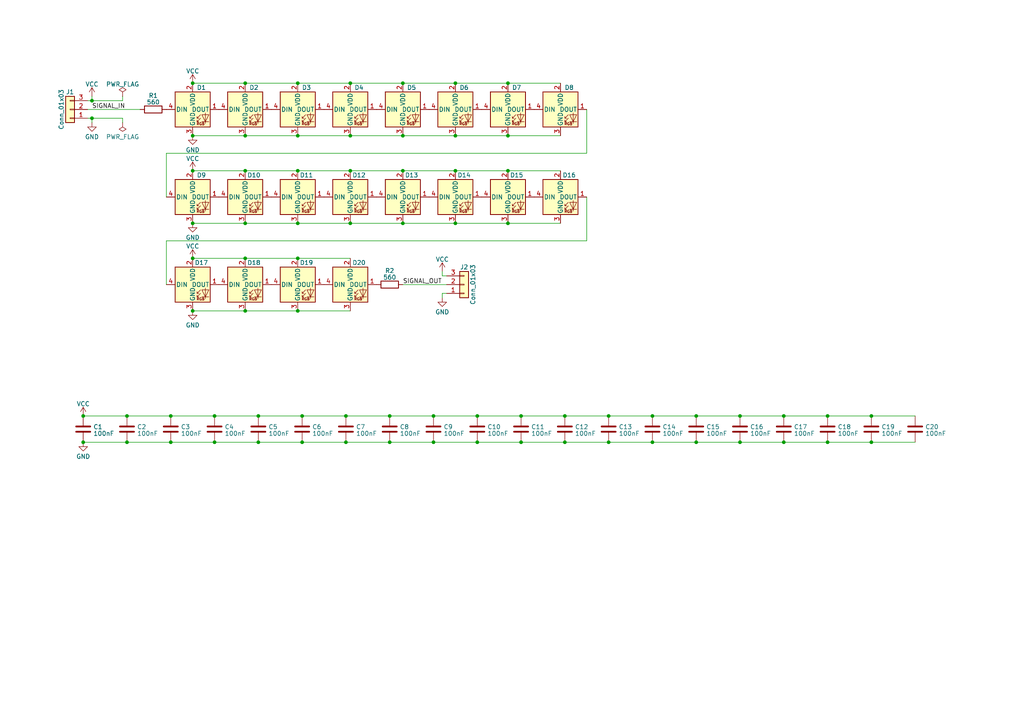
<source format=kicad_sch>
(kicad_sch (version 20230121) (generator eeschema)
  (paper "A4")
  (lib_symbols
    (symbol "Connector_Generic:Conn_01x03" (pin_names (offset 1.016) hide)
      (property "Reference" "J" (at 0 5.08 0))
      (property "Value" "Conn_01x03" (at 0 -5.08 0))
      (symbol "Conn_01x03_1_1"
        (rectangle (start -1.27 -2.413) (end 0 -2.667) (stroke (width 0.1524)))
        (rectangle (start -1.27 0.127) (end 0 -0.127) (stroke (width 0.1524)))
        (rectangle (start -1.27 2.667) (end 0 2.413) (stroke (width 0.1524)))
        (rectangle (start -1.27 3.81) (end 1.27 -3.81) (stroke (width 0.254)) (fill (type background)))
        (pin passive line (at -5.08 2.54 0) (length 3.81) (name "Pin_1") (number "1"))
        (pin passive line (at -5.08 0 0) (length 3.81) (name "Pin_2") (number "2"))
        (pin passive line (at -5.08 -2.54 0) (length 3.81) (name "Pin_3") (number "3"))
      )
    )
    (symbol "Device:C" (pin_numbers hide) (pin_names (offset 0.254))
      (property "Reference" "C" (at 0.635 2.54 0))
      (property "Value" "C" (at 0.635 -2.54 0))
      (symbol "C_0_1"
        (polyline (pts (xy -2.032 -0.762) (xy 2.032 -0.762)) (stroke (width 0.508)))
        (polyline (pts (xy -2.032 0.762) (xy 2.032 0.762)) (stroke (width 0.508)))
      )
      (symbol "C_1_1"
        (pin passive line (at 0 3.81 270) (length 2.794) (name "~") (number "1"))
        (pin passive line (at 0 -3.81 90) (length 2.794) (name "~") (number "2"))
      )
    )
    (symbol "Device:R" (pin_numbers hide) (pin_names (offset 0))
      (property "Reference" "R" (at 2.032 0 90))
      (property "Value" "R" (at 0 0 90))
      (symbol "R_0_1"
        (rectangle (start -1.016 -2.54) (end 1.016 2.54) (stroke (width 0.254)))
      )
      (symbol "R_1_1"
        (pin passive line (at 0 3.81 270) (length 1.27) (name "~") (number "1"))
        (pin passive line (at 0 -3.81 90) (length 1.27) (name "~") (number "2"))
      )
    )
    (symbol "Homebrew:XINGLIGHT-XL-1010RGBC-WS2812B" (pin_names (offset 0.254))
      (property "Reference" "D" (at 5.08 5.715 0))
      (property "Value" "XL-1010RGBC-WS2812B" (at 1.27 -5.715 0))
      (property "LCSC" "C5349953" (at 0 0 0))
      (symbol "XINGLIGHT-XL-1010RGBC-WS2812B_0_0"
        (text "RGB" (at 2.286 -4.191 0) (effects (font (size 0.762 0.762))))
      )
      (symbol "XINGLIGHT-XL-1010RGBC-WS2812B_0_1"
        (polyline (pts (xy 1.27 -3.556) (xy 1.778 -3.556)))
        (polyline (pts (xy 1.27 -2.54) (xy 1.778 -2.54)))
        (polyline (pts (xy 4.699 -3.556) (xy 2.667 -3.556)))
        (polyline (pts (xy 2.286 -2.54) (xy 1.27 -3.556) (xy 1.27 -3.048)))
        (polyline (pts (xy 2.286 -1.524) (xy 1.27 -2.54) (xy 1.27 -2.032)))
        (polyline (pts (xy 3.683 -1.016) (xy 3.683 -3.556) (xy 3.683 -4.064)))
        (polyline (pts (xy 4.699 -1.524) (xy 2.667 -1.524) (xy 3.683 -3.556) (xy 4.699 -1.524)))
        (rectangle (start 5.08 5.08) (end -5.08 -5.08) (stroke (width 0.254)) (fill (type background)))
      )
      (symbol "XINGLIGHT-XL-1010RGBC-WS2812B_1_1"
        (pin output line (at 7.62 0 180) (length 2.54) (name "DOUT") (number "1"))
        (pin power_in line (at 0 7.62 270) (length 2.54) (name "VDD") (number "2"))
        (pin power_in line (at 0 -7.62 90) (length 2.54) (name "GND") (number "3"))
        (pin input line (at -7.62 0 0) (length 2.54) (name "DIN") (number "4"))
      )
    )
    (symbol "power:GND" (power) (pin_names (offset 0))
      (property "Value" "GND" (at 0 -3.81 0))
      (symbol "GND_0_1"
        (polyline (pts (xy 0 0) (xy 0 -1.27) (xy 1.27 -1.27) (xy 0 -2.54) (xy -1.27 -1.27) (xy 0 -1.27)))
      )
      (symbol "GND_1_1"
        (pin power_in line (at 0 0 270) (length 0) hide (name "GND") (number "1"))
      )
    )
    (symbol "power:PWR_FLAG" (power) (pin_numbers hide) (pin_names (offset 0) hide)
      (property "Value" "PWR_FLAG" (at 0 3.81 0))
      (symbol "PWR_FLAG_0_0"
        (pin power_out line (at 0 0 90) (length 0) (name "pwr") (number "1"))
      )
      (symbol "PWR_FLAG_0_1"
        (polyline (pts (xy 0 0) (xy 0 1.27) (xy -1.016 1.905) (xy 0 2.54) (xy 1.016 1.905) (xy 0 1.27)))
      )
    )
    (symbol "power:VCC" (power) (pin_names (offset 0))
      (property "Value" "VCC" (at 0 3.81 0))
      (symbol "VCC_0_1"
        (polyline (pts (xy -0.762 1.27) (xy 0 2.54)))
        (polyline (pts (xy 0 0) (xy 0 2.54)))
        (polyline (pts (xy 0 2.54) (xy 0.762 1.27)))
      )
      (symbol "VCC_1_1"
        (pin power_in line (at 0 0 90) (length 0) hide (name "VCC") (number "1"))
      )
    )
  )
  (junction (at 87.63 128.27))
  (junction (at 201.93 128.27))
  (junction (at 189.23 128.27))
  (junction (at 86.36 49.53))
  (junction (at 240.03 120.65))
  (junction (at 116.84 24.13))
  (junction (at 163.83 120.65))
  (junction (at 36.83 128.27))
  (junction (at 116.84 49.53))
  (junction (at 147.32 39.37))
  (junction (at 24.13 128.27))
  (junction (at 116.84 39.37))
  (junction (at 101.6 64.77))
  (junction (at 71.12 39.37))
  (junction (at 252.73 120.65))
  (junction (at 138.43 120.65))
  (junction (at 101.6 39.37))
  (junction (at 201.93 120.65))
  (junction (at 214.63 120.65))
  (junction (at 163.83 128.27))
  (junction (at 74.93 120.65))
  (junction (at 86.36 90.17))
  (junction (at 55.88 74.93))
  (junction (at 24.13 120.65))
  (junction (at 176.53 128.27))
  (junction (at 36.83 120.65))
  (junction (at 74.93 128.27))
  (junction (at 55.88 49.53))
  (junction (at 132.08 49.53))
  (junction (at 151.13 128.27))
  (junction (at 113.03 120.65))
  (junction (at 86.36 64.77))
  (junction (at 151.13 120.65))
  (junction (at 227.33 120.65))
  (junction (at 87.63 120.65))
  (junction (at 101.6 24.13))
  (junction (at 138.43 128.27))
  (junction (at 26.67 34.29))
  (junction (at 147.32 64.77))
  (junction (at 100.33 120.65))
  (junction (at 189.23 120.65))
  (junction (at 55.88 64.77))
  (junction (at 71.12 64.77))
  (junction (at 125.73 128.27))
  (junction (at 86.36 39.37))
  (junction (at 132.08 24.13))
  (junction (at 55.88 39.37))
  (junction (at 71.12 74.93))
  (junction (at 62.23 128.27))
  (junction (at 49.53 128.27))
  (junction (at 147.32 49.53))
  (junction (at 125.73 120.65))
  (junction (at 100.33 128.27))
  (junction (at 86.36 24.13))
  (junction (at 176.53 120.65))
  (junction (at 71.12 49.53))
  (junction (at 26.67 29.21))
  (junction (at 55.88 24.13))
  (junction (at 71.12 90.17))
  (junction (at 132.08 64.77))
  (junction (at 113.03 128.27))
  (junction (at 101.6 49.53))
  (junction (at 240.03 128.27))
  (junction (at 86.36 74.93))
  (junction (at 49.53 120.65))
  (junction (at 55.88 90.17))
  (junction (at 71.12 24.13))
  (junction (at 252.73 128.27))
  (junction (at 147.32 24.13))
  (junction (at 116.84 64.77))
  (junction (at 132.08 39.37))
  (junction (at 214.63 128.27))
  (junction (at 227.33 128.27))
  (junction (at 62.23 120.65))
  (wire (pts (xy 170.18 44.45) (xy 48.26 44.45)))
  (wire (pts (xy 26.67 34.29) (xy 25.4 34.29)))
  (wire (pts (xy 71.12 24.13) (xy 86.36 24.13)))
  (wire (pts (xy 132.08 39.37) (xy 147.32 39.37)))
  (wire (pts (xy 87.63 120.65) (xy 100.33 120.65)))
  (wire (pts (xy 101.6 24.13) (xy 116.84 24.13)))
  (wire (pts (xy 240.03 120.65) (xy 252.73 120.65)))
  (wire (pts (xy 26.67 29.21) (xy 26.67 27.94)))
  (wire (pts (xy 151.13 120.65) (xy 163.83 120.65)))
  (wire (pts (xy 227.33 128.27) (xy 240.03 128.27)))
  (wire (pts (xy 26.67 35.56) (xy 26.67 34.29)))
  (wire (pts (xy 55.88 39.37) (xy 71.12 39.37)))
  (wire (pts (xy 86.36 74.93) (xy 101.6 74.93)))
  (wire (pts (xy 176.53 128.27) (xy 189.23 128.27)))
  (wire (pts (xy 138.43 128.27) (xy 151.13 128.27)))
  (wire (pts (xy 227.33 120.65) (xy 240.03 120.65)))
  (wire (pts (xy 55.88 74.93) (xy 71.12 74.93)))
  (wire (pts (xy 170.18 57.15) (xy 170.18 69.85)))
  (wire (pts (xy 138.43 120.65) (xy 151.13 120.65)))
  (wire (pts (xy 240.03 128.27) (xy 252.73 128.27)))
  (wire (pts (xy 36.83 120.65) (xy 49.53 120.65)))
  (wire (pts (xy 48.26 44.45) (xy 48.26 57.15)))
  (wire (pts (xy 116.84 64.77) (xy 132.08 64.77)))
  (wire (pts (xy 55.88 49.53) (xy 71.12 49.53)))
  (wire (pts (xy 116.84 49.53) (xy 132.08 49.53)))
  (wire (pts (xy 116.84 24.13) (xy 132.08 24.13)))
  (wire (pts (xy 71.12 49.53) (xy 86.36 49.53)))
  (wire (pts (xy 151.13 128.27) (xy 163.83 128.27)))
  (wire (pts (xy 71.12 64.77) (xy 86.36 64.77)))
  (wire (pts (xy 24.13 128.27) (xy 36.83 128.27)))
  (wire (pts (xy 62.23 128.27) (xy 74.93 128.27)))
  (wire (pts (xy 163.83 128.27) (xy 176.53 128.27)))
  (wire (pts (xy 128.27 85.09) (xy 128.27 86.36)))
  (wire (pts (xy 71.12 90.17) (xy 86.36 90.17)))
  (wire (pts (xy 170.18 31.75) (xy 170.18 44.45)))
  (wire (pts (xy 132.08 64.77) (xy 147.32 64.77)))
  (wire (pts (xy 116.84 39.37) (xy 132.08 39.37)))
  (wire (pts (xy 113.03 120.65) (xy 125.73 120.65)))
  (wire (pts (xy 25.4 31.75) (xy 40.64 31.75)))
  (wire (pts (xy 101.6 49.53) (xy 116.84 49.53)))
  (wire (pts (xy 49.53 120.65) (xy 62.23 120.65)))
  (wire (pts (xy 214.63 120.65) (xy 227.33 120.65)))
  (wire (pts (xy 189.23 128.27) (xy 201.93 128.27)))
  (wire (pts (xy 86.36 39.37) (xy 101.6 39.37)))
  (wire (pts (xy 55.88 90.17) (xy 71.12 90.17)))
  (wire (pts (xy 128.27 80.01) (xy 129.54 80.01)))
  (wire (pts (xy 87.63 128.27) (xy 100.33 128.27)))
  (wire (pts (xy 62.23 120.65) (xy 74.93 120.65)))
  (wire (pts (xy 132.08 49.53) (xy 147.32 49.53)))
  (wire (pts (xy 147.32 49.53) (xy 162.56 49.53)))
  (wire (pts (xy 48.26 69.85) (xy 48.26 82.55)))
  (wire (pts (xy 128.27 78.74) (xy 128.27 80.01)))
  (wire (pts (xy 163.83 120.65) (xy 176.53 120.65)))
  (wire (pts (xy 100.33 128.27) (xy 113.03 128.27)))
  (wire (pts (xy 25.4 29.21) (xy 26.67 29.21)))
  (wire (pts (xy 116.84 82.55) (xy 129.54 82.55)))
  (wire (pts (xy 101.6 39.37) (xy 116.84 39.37)))
  (wire (pts (xy 74.93 128.27) (xy 87.63 128.27)))
  (wire (pts (xy 201.93 120.65) (xy 214.63 120.65)))
  (wire (pts (xy 74.93 120.65) (xy 87.63 120.65)))
  (wire (pts (xy 55.88 64.77) (xy 71.12 64.77)))
  (wire (pts (xy 55.88 24.13) (xy 71.12 24.13)))
  (wire (pts (xy 125.73 128.27) (xy 138.43 128.27)))
  (wire (pts (xy 125.73 120.65) (xy 138.43 120.65)))
  (wire (pts (xy 100.33 120.65) (xy 113.03 120.65)))
  (wire (pts (xy 36.83 128.27) (xy 49.53 128.27)))
  (wire (pts (xy 24.13 120.65) (xy 36.83 120.65)))
  (wire (pts (xy 86.36 49.53) (xy 101.6 49.53)))
  (wire (pts (xy 147.32 39.37) (xy 162.56 39.37)))
  (wire (pts (xy 170.18 69.85) (xy 48.26 69.85)))
  (wire (pts (xy 86.36 24.13) (xy 101.6 24.13)))
  (wire (pts (xy 35.56 34.29) (xy 26.67 34.29)))
  (wire (pts (xy 214.63 128.27) (xy 227.33 128.27)))
  (wire (pts (xy 189.23 120.65) (xy 201.93 120.65)))
  (wire (pts (xy 147.32 64.77) (xy 162.56 64.77)))
  (wire (pts (xy 129.54 85.09) (xy 128.27 85.09)))
  (wire (pts (xy 147.32 24.13) (xy 162.56 24.13)))
  (wire (pts (xy 252.73 120.65) (xy 265.43 120.65)))
  (wire (pts (xy 252.73 128.27) (xy 265.43 128.27)))
  (wire (pts (xy 132.08 24.13) (xy 147.32 24.13)))
  (wire (pts (xy 35.56 35.56) (xy 35.56 34.29)))
  (wire (pts (xy 49.53 128.27) (xy 62.23 128.27)))
  (wire (pts (xy 113.03 128.27) (xy 125.73 128.27)))
  (wire (pts (xy 86.36 90.17) (xy 101.6 90.17)))
  (wire (pts (xy 26.67 29.21) (xy 35.56 29.21)))
  (wire (pts (xy 71.12 74.93) (xy 86.36 74.93)))
  (wire (pts (xy 35.56 29.21) (xy 35.56 27.94)))
  (wire (pts (xy 101.6 64.77) (xy 116.84 64.77)))
  (wire (pts (xy 71.12 39.37) (xy 86.36 39.37)))
  (wire (pts (xy 176.53 120.65) (xy 189.23 120.65)))
  (wire (pts (xy 86.36 64.77) (xy 101.6 64.77)))
  (wire (pts (xy 201.93 128.27) (xy 214.63 128.27)))
  (label "SIGNAL_IN" (at 26.67 31.75 0))
  (label "SIGNAL_OUT" (at 116.84 82.55 0))
  (symbol (lib_id "Device:C") (at 49.53 124.46 0) (unit 1)
    (property "Reference" "C3" (at 52.451 123.8163 0) (effects (justify left)))
    (property "Value" "100nF" (at 52.451 125.7373 0) (effects (justify left)))
    (property "Footprint" "Capacitor_SMD:C_0402_1005Metric" (effects hide))
    (property "LCSC" "C307331" (effects hide))
  )
  (symbol (lib_id "Homebrew:XINGLIGHT-XL-1010RGBC-WS2812B") (at 101.6 31.75 0) (unit 1)
    (property "Reference" "D4" (at 104.14 25.4 0))
    (property "Value" "XL-1010RGBC-WS2812B" (effects hide))
    (property "Footprint" "Homebrew:XINGLIGHT-XL-1010RGBC-WS2812B" (effects hide))
    (property "Datasheet" "https://datasheet.lcsc.com/lcsc/2301111010_XINGLIGHT-XL-1010RGBC-WS2812B_C5349953.pdf" (effects hide))
    (property "LCSC" "C5349953" (effects hide))
  )
  (symbol (lib_id "Device:R") (at 113.03 82.55 90) (unit 1)
    (property "Reference" "R2" (at 113.03 78.5241 90))
    (property "Value" "560" (at 113.03 80.4451 90))
    (property "Footprint" "Resistor_SMD:R_0603_1608Metric_Pad0.98x0.95mm_HandSolder" (effects hide))
    (property "LCSC" "C23204" (effects hide))
  )
  (symbol (lib_id "power:VCC") (at 24.13 120.65 0) (unit 1)
    (property "Reference" "#PWR011" (effects hide))
    (property "Value" "VCC" (at 24.13 117.1481 0))
  )
  (symbol (lib_id "Homebrew:XINGLIGHT-XL-1010RGBC-WS2812B") (at 71.12 57.15 0) (unit 1)
    (property "Reference" "D10" (at 73.66 50.8 0))
    (property "Value" "XL-1010RGBC-WS2812B" (effects hide))
    (property "Footprint" "Homebrew:XINGLIGHT-XL-1010RGBC-WS2812B" (effects hide))
    (property "Datasheet" "https://datasheet.lcsc.com/lcsc/2301111010_XINGLIGHT-XL-1010RGBC-WS2812B_C5349953.pdf" (effects hide))
    (property "LCSC" "C5349953" (effects hide))
  )
  (symbol (lib_id "power:GND") (at 55.88 64.77 0) (unit 1)
    (property "Reference" "#PWR08" (effects hide))
    (property "Value" "GND" (at 55.88 68.9055 0))
  )
  (symbol (lib_id "power:GND") (at 55.88 90.17 0) (unit 1)
    (property "Reference" "#PWR010" (effects hide))
    (property "Value" "GND" (at 55.88 94.3055 0))
  )
  (symbol (lib_id "power:GND") (at 55.88 39.37 0) (unit 1)
    (property "Reference" "#PWR06" (effects hide))
    (property "Value" "GND" (at 55.88 43.5055 0))
  )
  (symbol (lib_id "Homebrew:XINGLIGHT-XL-1010RGBC-WS2812B") (at 132.08 57.15 0) (unit 1)
    (property "Reference" "D14" (at 134.62 50.8 0))
    (property "Value" "XL-1010RGBC-WS2812B" (effects hide))
    (property "Footprint" "Homebrew:XINGLIGHT-XL-1010RGBC-WS2812B" (effects hide))
    (property "Datasheet" "https://datasheet.lcsc.com/lcsc/2301111010_XINGLIGHT-XL-1010RGBC-WS2812B_C5349953.pdf" (effects hide))
    (property "LCSC" "C5349953" (effects hide))
  )
  (symbol (lib_id "Device:C") (at 227.33 124.46 0) (unit 1)
    (property "Reference" "C17" (at 230.251 123.8163 0) (effects (justify left)))
    (property "Value" "100nF" (at 230.251 125.7373 0) (effects (justify left)))
    (property "Footprint" "Capacitor_SMD:C_0402_1005Metric" (effects hide))
    (property "LCSC" "C307331" (effects hide))
  )
  (symbol (lib_id "power:VCC") (at 128.27 78.74 0) (unit 1)
    (property "Reference" "#PWR03" (effects hide))
    (property "Value" "VCC" (at 128.27 75.2381 0))
  )
  (symbol (lib_id "power:GND") (at 24.13 128.27 0) (unit 1)
    (property "Reference" "#PWR012" (effects hide))
    (property "Value" "GND" (at 24.13 132.4055 0))
  )
  (symbol (lib_id "Homebrew:XINGLIGHT-XL-1010RGBC-WS2812B") (at 147.32 57.15 0) (unit 1)
    (property "Reference" "D15" (at 149.86 50.8 0))
    (property "Value" "XL-1010RGBC-WS2812B" (effects hide))
    (property "Footprint" "Homebrew:XINGLIGHT-XL-1010RGBC-WS2812B" (effects hide))
    (property "Datasheet" "https://datasheet.lcsc.com/lcsc/2301111010_XINGLIGHT-XL-1010RGBC-WS2812B_C5349953.pdf" (effects hide))
    (property "LCSC" "C5349953" (effects hide))
  )
  (symbol (lib_id "Device:C") (at 74.93 124.46 0) (unit 1)
    (property "Reference" "C5" (at 77.851 123.8163 0) (effects (justify left)))
    (property "Value" "100nF" (at 77.851 125.7373 0) (effects (justify left)))
    (property "Footprint" "Capacitor_SMD:C_0402_1005Metric" (effects hide))
    (property "LCSC" "C307331" (effects hide))
  )
  (symbol (lib_id "power:PWR_FLAG") (at 35.56 35.56 180) (unit 1)
    (property "Reference" "#FLG02" (effects hide))
    (property "Value" "PWR_FLAG" (at 35.56 39.6955 0))
  )
  (symbol (lib_id "Device:C") (at 138.43 124.46 0) (unit 1)
    (property "Reference" "C10" (at 141.351 123.8163 0) (effects (justify left)))
    (property "Value" "100nF" (at 141.351 125.7373 0) (effects (justify left)))
    (property "Footprint" "Capacitor_SMD:C_0402_1005Metric" (effects hide))
    (property "LCSC" "C307331" (effects hide))
  )
  (symbol (lib_id "Homebrew:XINGLIGHT-XL-1010RGBC-WS2812B") (at 55.88 82.55 0) (unit 1)
    (property "Reference" "D17" (at 58.42 76.2 0))
    (property "Value" "XL-1010RGBC-WS2812B" (effects hide))
    (property "Footprint" "Homebrew:XINGLIGHT-XL-1010RGBC-WS2812B" (effects hide))
    (property "Datasheet" "https://datasheet.lcsc.com/lcsc/2301111010_XINGLIGHT-XL-1010RGBC-WS2812B_C5349953.pdf" (effects hide))
    (property "LCSC" "C5349953" (effects hide))
  )
  (symbol (lib_id "power:GND") (at 26.67 35.56 0) (unit 1)
    (property "Reference" "#PWR02" (effects hide))
    (property "Value" "GND" (at 26.67 39.6955 0))
  )
  (symbol (lib_id "Device:C") (at 252.73 124.46 0) (unit 1)
    (property "Reference" "C19" (at 255.651 123.8163 0) (effects (justify left)))
    (property "Value" "100nF" (at 255.651 125.7373 0) (effects (justify left)))
    (property "Footprint" "Capacitor_SMD:C_0402_1005Metric" (effects hide))
    (property "LCSC" "C307331" (effects hide))
  )
  (symbol (lib_id "Device:C") (at 189.23 124.46 0) (unit 1)
    (property "Reference" "C14" (at 192.151 123.8163 0) (effects (justify left)))
    (property "Value" "100nF" (at 192.151 125.7373 0) (effects (justify left)))
    (property "Footprint" "Capacitor_SMD:C_0402_1005Metric" (effects hide))
    (property "LCSC" "C307331" (effects hide))
  )
  (symbol (lib_id "Homebrew:XINGLIGHT-XL-1010RGBC-WS2812B") (at 162.56 31.75 0) (unit 1)
    (property "Reference" "D8" (at 165.1 25.4 0))
    (property "Value" "XL-1010RGBC-WS2812B" (effects hide))
    (property "Footprint" "Homebrew:XINGLIGHT-XL-1010RGBC-WS2812B" (effects hide))
    (property "Datasheet" "https://datasheet.lcsc.com/lcsc/2301111010_XINGLIGHT-XL-1010RGBC-WS2812B_C5349953.pdf" (effects hide))
    (property "LCSC" "C5349953" (effects hide))
  )
  (symbol (lib_id "Connector_Generic:Conn_01x03") (at 20.32 31.75 180) (unit 1)
    (property "Reference" "J1" (at 20.32 26.67 0))
    (property "Value" "Conn_01x03" (at 17.78 31.75 90))
    (property "Footprint" "Connector_PinHeader_2.54mm:PinHeader_1x03_P2.54mm_Vertical" (effects hide))
  )
  (symbol (lib_id "Device:C") (at 24.13 124.46 0) (unit 1)
    (property "Reference" "C1" (at 27.051 123.8163 0) (effects (justify left)))
    (property "Value" "100nF" (at 27.051 125.7373 0) (effects (justify left)))
    (property "Footprint" "Capacitor_SMD:C_0402_1005Metric" (effects hide))
    (property "LCSC" "C307331" (effects hide))
  )
  (symbol (lib_id "power:PWR_FLAG") (at 35.56 27.94 0) (unit 1)
    (property "Reference" "#FLG01" (effects hide))
    (property "Value" "PWR_FLAG" (at 35.56 24.4381 0))
  )
  (symbol (lib_id "Device:C") (at 151.13 124.46 0) (unit 1)
    (property "Reference" "C11" (at 154.051 123.8163 0) (effects (justify left)))
    (property "Value" "100nF" (at 154.051 125.7373 0) (effects (justify left)))
    (property "Footprint" "Capacitor_SMD:C_0402_1005Metric" (effects hide))
    (property "LCSC" "C307331" (effects hide))
  )
  (symbol (lib_id "Homebrew:XINGLIGHT-XL-1010RGBC-WS2812B") (at 101.6 82.55 0) (unit 1)
    (property "Reference" "D20" (at 104.14 76.2 0))
    (property "Value" "XL-1010RGBC-WS2812B" (effects hide))
    (property "Footprint" "Homebrew:XINGLIGHT-XL-1010RGBC-WS2812B" (effects hide))
    (property "Datasheet" "https://datasheet.lcsc.com/lcsc/2301111010_XINGLIGHT-XL-1010RGBC-WS2812B_C5349953.pdf" (effects hide))
    (property "LCSC" "C5349953" (effects hide))
  )
  (symbol (lib_id "Homebrew:XINGLIGHT-XL-1010RGBC-WS2812B") (at 101.6 57.15 0) (unit 1)
    (property "Reference" "D12" (at 104.14 50.8 0))
    (property "Value" "XL-1010RGBC-WS2812B" (effects hide))
    (property "Footprint" "Homebrew:XINGLIGHT-XL-1010RGBC-WS2812B" (effects hide))
    (property "Datasheet" "https://datasheet.lcsc.com/lcsc/2301111010_XINGLIGHT-XL-1010RGBC-WS2812B_C5349953.pdf" (effects hide))
    (property "LCSC" "C5349953" (effects hide))
  )
  (symbol (lib_id "Device:C") (at 125.73 124.46 0) (unit 1)
    (property "Reference" "C9" (at 128.651 123.8163 0) (effects (justify left)))
    (property "Value" "100nF" (at 128.651 125.7373 0) (effects (justify left)))
    (property "Footprint" "Capacitor_SMD:C_0402_1005Metric" (effects hide))
    (property "LCSC" "C307331" (effects hide))
  )
  (symbol (lib_id "Connector_Generic:Conn_01x03") (at 134.62 82.55 0) (mirror x) (unit 1)
    (property "Reference" "J2" (at 134.62 77.47 0))
    (property "Value" "Conn_01x03" (at 137.16 82.55 90))
    (property "Footprint" "Connector_PinHeader_2.54mm:PinHeader_1x03_P2.54mm_Vertical" (effects hide))
  )
  (symbol (lib_id "Homebrew:XINGLIGHT-XL-1010RGBC-WS2812B") (at 55.88 31.75 0) (unit 1)
    (property "Reference" "D1" (at 58.42 25.4 0))
    (property "Value" "XL-1010RGBC-WS2812B" (effects hide))
    (property "Footprint" "Homebrew:XINGLIGHT-XL-1010RGBC-WS2812B" (effects hide))
    (property "Datasheet" "https://datasheet.lcsc.com/lcsc/2301111010_XINGLIGHT-XL-1010RGBC-WS2812B_C5349953.pdf" (effects hide))
    (property "LCSC" "C5349953" (effects hide))
  )
  (symbol (lib_id "power:GND") (at 128.27 86.36 0) (unit 1)
    (property "Reference" "#PWR04" (effects hide))
    (property "Value" "GND" (at 128.27 90.4955 0))
  )
  (symbol (lib_id "Device:C") (at 163.83 124.46 0) (unit 1)
    (property "Reference" "C12" (at 166.751 123.8163 0) (effects (justify left)))
    (property "Value" "100nF" (at 166.751 125.7373 0) (effects (justify left)))
    (property "Footprint" "Capacitor_SMD:C_0402_1005Metric" (effects hide))
    (property "LCSC" "C307331" (effects hide))
  )
  (symbol (lib_id "Homebrew:XINGLIGHT-XL-1010RGBC-WS2812B") (at 162.56 57.15 0) (unit 1)
    (property "Reference" "D16" (at 165.1 50.8 0))
    (property "Value" "XL-1010RGBC-WS2812B" (effects hide))
    (property "Footprint" "Homebrew:XINGLIGHT-XL-1010RGBC-WS2812B" (effects hide))
    (property "Datasheet" "https://datasheet.lcsc.com/lcsc/2301111010_XINGLIGHT-XL-1010RGBC-WS2812B_C5349953.pdf" (effects hide))
    (property "LCSC" "C5349953" (effects hide))
  )
  (symbol (lib_id "power:VCC") (at 55.88 49.53 0) (unit 1)
    (property "Reference" "#PWR07" (effects hide))
    (property "Value" "VCC" (at 55.88 46.0281 0))
  )
  (symbol (lib_id "Homebrew:XINGLIGHT-XL-1010RGBC-WS2812B") (at 116.84 31.75 0) (unit 1)
    (property "Reference" "D5" (at 119.38 25.4 0))
    (property "Value" "XL-1010RGBC-WS2812B" (effects hide))
    (property "Footprint" "Homebrew:XINGLIGHT-XL-1010RGBC-WS2812B" (effects hide))
    (property "Datasheet" "https://datasheet.lcsc.com/lcsc/2301111010_XINGLIGHT-XL-1010RGBC-WS2812B_C5349953.pdf" (effects hide))
    (property "LCSC" "C5349953" (effects hide))
  )
  (symbol (lib_id "Homebrew:XINGLIGHT-XL-1010RGBC-WS2812B") (at 55.88 57.15 0) (unit 1)
    (property "Reference" "D9" (at 58.42 50.8 0))
    (property "Value" "XL-1010RGBC-WS2812B" (effects hide))
    (property "Footprint" "Homebrew:XINGLIGHT-XL-1010RGBC-WS2812B" (effects hide))
    (property "Datasheet" "https://datasheet.lcsc.com/lcsc/2301111010_XINGLIGHT-XL-1010RGBC-WS2812B_C5349953.pdf" (effects hide))
    (property "LCSC" "C5349953" (effects hide))
  )
  (symbol (lib_id "Device:C") (at 201.93 124.46 0) (unit 1)
    (property "Reference" "C15" (at 204.851 123.8163 0) (effects (justify left)))
    (property "Value" "100nF" (at 204.851 125.7373 0) (effects (justify left)))
    (property "Footprint" "Capacitor_SMD:C_0402_1005Metric" (effects hide))
    (property "LCSC" "C307331" (effects hide))
  )
  (symbol (lib_id "Device:C") (at 87.63 124.46 0) (unit 1)
    (property "Reference" "C6" (at 90.551 123.8163 0) (effects (justify left)))
    (property "Value" "100nF" (at 90.551 125.7373 0) (effects (justify left)))
    (property "Footprint" "Capacitor_SMD:C_0402_1005Metric" (effects hide))
    (property "LCSC" "C307331" (effects hide))
  )
  (symbol (lib_id "Device:C") (at 240.03 124.46 0) (unit 1)
    (property "Reference" "C18" (at 242.951 123.8163 0) (effects (justify left)))
    (property "Value" "100nF" (at 242.951 125.7373 0) (effects (justify left)))
    (property "Footprint" "Capacitor_SMD:C_0402_1005Metric" (effects hide))
    (property "LCSC" "C307331" (effects hide))
  )
  (symbol (lib_id "Device:C") (at 214.63 124.46 0) (unit 1)
    (property "Reference" "C16" (at 217.551 123.8163 0) (effects (justify left)))
    (property "Value" "100nF" (at 217.551 125.7373 0) (effects (justify left)))
    (property "Footprint" "Capacitor_SMD:C_0402_1005Metric" (effects hide))
    (property "LCSC" "C307331" (effects hide))
  )
  (symbol (lib_id "Device:C") (at 36.83 124.46 0) (unit 1)
    (property "Reference" "C2" (at 39.751 123.8163 0) (effects (justify left)))
    (property "Value" "100nF" (at 39.751 125.7373 0) (effects (justify left)))
    (property "Footprint" "Capacitor_SMD:C_0402_1005Metric" (effects hide))
    (property "LCSC" "C307331" (effects hide))
  )
  (symbol (lib_id "Homebrew:XINGLIGHT-XL-1010RGBC-WS2812B") (at 71.12 31.75 0) (unit 1)
    (property "Reference" "D2" (at 73.66 25.4 0))
    (property "Value" "XL-1010RGBC-WS2812B" (effects hide))
    (property "Footprint" "Homebrew:XINGLIGHT-XL-1010RGBC-WS2812B" (effects hide))
    (property "Datasheet" "https://datasheet.lcsc.com/lcsc/2301111010_XINGLIGHT-XL-1010RGBC-WS2812B_C5349953.pdf" (effects hide))
    (property "LCSC" "C5349953" (effects hide))
  )
  (symbol (lib_id "Homebrew:XINGLIGHT-XL-1010RGBC-WS2812B") (at 86.36 31.75 0) (unit 1)
    (property "Reference" "D3" (at 88.9 25.4 0))
    (property "Value" "XL-1010RGBC-WS2812B" (effects hide))
    (property "Footprint" "Homebrew:XINGLIGHT-XL-1010RGBC-WS2812B" (effects hide))
    (property "Datasheet" "https://datasheet.lcsc.com/lcsc/2301111010_XINGLIGHT-XL-1010RGBC-WS2812B_C5349953.pdf" (effects hide))
    (property "LCSC" "C5349953" (effects hide))
  )
  (symbol (lib_id "power:VCC") (at 55.88 74.93 0) (unit 1)
    (property "Reference" "#PWR09" (effects hide))
    (property "Value" "VCC" (at 55.88 71.4281 0))
  )
  (symbol (lib_id "Homebrew:XINGLIGHT-XL-1010RGBC-WS2812B") (at 71.12 82.55 0) (unit 1)
    (property "Reference" "D18" (at 73.66 76.2 0))
    (property "Value" "XL-1010RGBC-WS2812B" (effects hide))
    (property "Footprint" "Homebrew:XINGLIGHT-XL-1010RGBC-WS2812B" (effects hide))
    (property "Datasheet" "https://datasheet.lcsc.com/lcsc/2301111010_XINGLIGHT-XL-1010RGBC-WS2812B_C5349953.pdf" (effects hide))
    (property "LCSC" "C5349953" (effects hide))
  )
  (symbol (lib_id "Device:C") (at 176.53 124.46 0) (unit 1)
    (property "Reference" "C13" (at 179.451 123.8163 0) (effects (justify left)))
    (property "Value" "100nF" (at 179.451 125.7373 0) (effects (justify left)))
    (property "Footprint" "Capacitor_SMD:C_0402_1005Metric" (effects hide))
    (property "LCSC" "C307331" (effects hide))
  )
  (symbol (lib_id "Homebrew:XINGLIGHT-XL-1010RGBC-WS2812B") (at 147.32 31.75 0) (unit 1)
    (property "Reference" "D7" (at 149.86 25.4 0))
    (property "Value" "XL-1010RGBC-WS2812B" (effects hide))
    (property "Footprint" "Homebrew:XINGLIGHT-XL-1010RGBC-WS2812B" (effects hide))
    (property "Datasheet" "https://datasheet.lcsc.com/lcsc/2301111010_XINGLIGHT-XL-1010RGBC-WS2812B_C5349953.pdf" (effects hide))
    (property "LCSC" "C5349953" (effects hide))
  )
  (symbol (lib_id "power:VCC") (at 26.67 27.94 0) (unit 1)
    (property "Reference" "#PWR01" (effects hide))
    (property "Value" "VCC" (at 26.67 24.4381 0))
  )
  (symbol (lib_id "Homebrew:XINGLIGHT-XL-1010RGBC-WS2812B") (at 86.36 57.15 0) (unit 1)
    (property "Reference" "D11" (at 88.9 50.8 0))
    (property "Value" "XL-1010RGBC-WS2812B" (effects hide))
    (property "Footprint" "Homebrew:XINGLIGHT-XL-1010RGBC-WS2812B" (effects hide))
    (property "Datasheet" "https://datasheet.lcsc.com/lcsc/2301111010_XINGLIGHT-XL-1010RGBC-WS2812B_C5349953.pdf" (effects hide))
    (property "LCSC" "C5349953" (effects hide))
  )
  (symbol (lib_id "Device:R") (at 44.45 31.75 90) (unit 1)
    (property "Reference" "R1" (at 44.45 27.7241 90))
    (property "Value" "560" (at 44.45 29.6451 90))
    (property "Footprint" "Resistor_SMD:R_0603_1608Metric_Pad0.98x0.95mm_HandSolder" (effects hide))
    (property "LCSC" "C23204" (effects hide))
  )
  (symbol (lib_id "power:VCC") (at 55.88 24.13 0) (unit 1)
    (property "Reference" "#PWR05" (effects hide))
    (property "Value" "VCC" (at 55.88 20.6281 0))
  )
  (symbol (lib_id "Device:C") (at 265.43 124.46 0) (unit 1)
    (property "Reference" "C20" (at 268.351 123.8163 0) (effects (justify left)))
    (property "Value" "100nF" (at 268.351 125.7373 0) (effects (justify left)))
    (property "Footprint" "Capacitor_SMD:C_0402_1005Metric" (effects hide))
    (property "LCSC" "C307331" (effects hide))
  )
  (symbol (lib_id "Homebrew:XINGLIGHT-XL-1010RGBC-WS2812B") (at 132.08 31.75 0) (unit 1)
    (property "Reference" "D6" (at 134.62 25.4 0))
    (property "Value" "XL-1010RGBC-WS2812B" (effects hide))
    (property "Footprint" "Homebrew:XINGLIGHT-XL-1010RGBC-WS2812B" (effects hide))
    (property "Datasheet" "https://datasheet.lcsc.com/lcsc/2301111010_XINGLIGHT-XL-1010RGBC-WS2812B_C5349953.pdf" (effects hide))
    (property "LCSC" "C5349953" (effects hide))
  )
  (symbol (lib_id "Homebrew:XINGLIGHT-XL-1010RGBC-WS2812B") (at 86.36 82.55 0) (unit 1)
    (property "Reference" "D19" (at 88.9 76.2 0))
    (property "Value" "XL-1010RGBC-WS2812B" (effects hide))
    (property "Footprint" "Homebrew:XINGLIGHT-XL-1010RGBC-WS2812B" (effects hide))
    (property "Datasheet" "https://datasheet.lcsc.com/lcsc/2301111010_XINGLIGHT-XL-1010RGBC-WS2812B_C5349953.pdf" (effects hide))
    (property "LCSC" "C5349953" (effects hide))
  )
  (symbol (lib_id "Device:C") (at 113.03 124.46 0) (unit 1)
    (property "Reference" "C8" (at 115.951 123.8163 0) (effects (justify left)))
    (property "Value" "100nF" (at 115.951 125.7373 0) (effects (justify left)))
    (property "Footprint" "Capacitor_SMD:C_0402_1005Metric" (effects hide))
    (property "LCSC" "C307331" (effects hide))
  )
  (symbol (lib_id "Homebrew:XINGLIGHT-XL-1010RGBC-WS2812B") (at 116.84 57.15 0) (unit 1)
    (property "Reference" "D13" (at 119.38 50.8 0))
    (property "Value" "XL-1010RGBC-WS2812B" (effects hide))
    (property "Footprint" "Homebrew:XINGLIGHT-XL-1010RGBC-WS2812B" (effects hide))
    (property "Datasheet" "https://datasheet.lcsc.com/lcsc/2301111010_XINGLIGHT-XL-1010RGBC-WS2812B_C5349953.pdf" (effects hide))
    (property "LCSC" "C5349953" (effects hide))
  )
  (symbol (lib_id "Device:C") (at 62.23 124.46 0) (unit 1)
    (property "Reference" "C4" (at 65.151 123.8163 0) (effects (justify left)))
    (property "Value" "100nF" (at 65.151 125.7373 0) (effects (justify left)))
    (property "Footprint" "Capacitor_SMD:C_0402_1005Metric" (effects hide))
    (property "LCSC" "C307331" (effects hide))
  )
  (symbol (lib_id "Device:C") (at 100.33 124.46 0) (unit 1)
    (property "Reference" "C7" (at 103.251 123.8163 0) (effects (justify left)))
    (property "Value" "100nF" (at 103.251 125.7373 0) (effects (justify left)))
    (property "Footprint" "Capacitor_SMD:C_0402_1005Metric" (effects hide))
    (property "LCSC" "C307331" (effects hide))
  )
)
</source>
